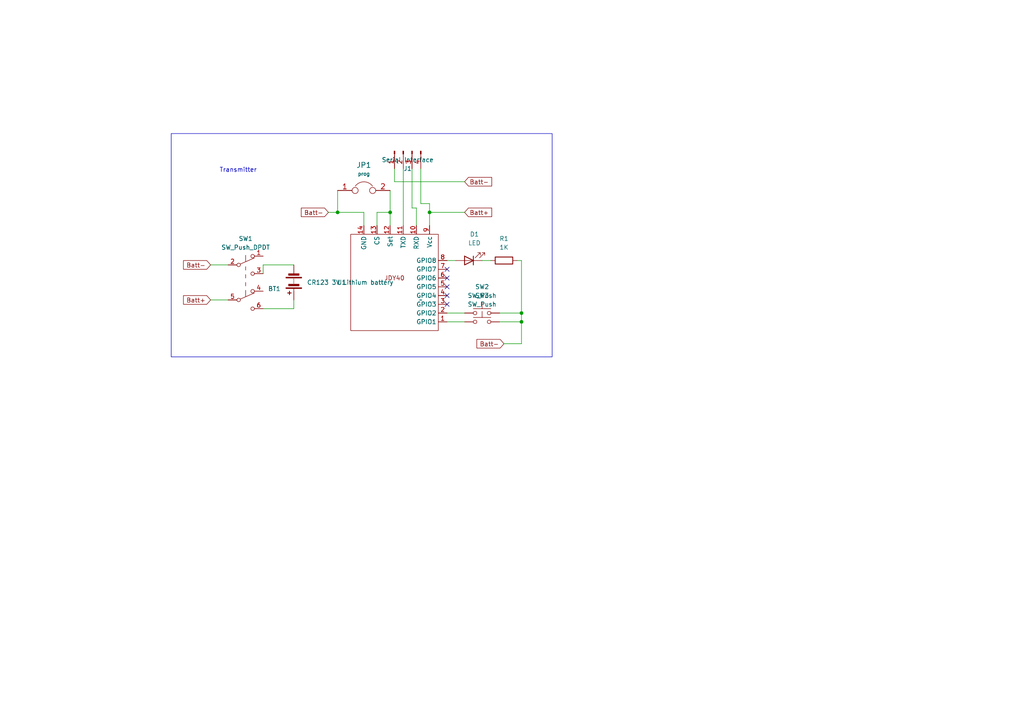
<source format=kicad_sch>
(kicad_sch (version 20230121) (generator eeschema)
  (paper "A4")
  (lib_symbols
    (symbol "Connector:Conn_01x04_Pin" (pin_names (offset 1.016) hide)
      (property "Reference" "J" (at 0 5.08 0))
      (property "Value" "Conn_01x04_Pin" (at 0 -7.62 0))
      (symbol "Conn_01x04_Pin_1_1"
        (polyline (pts (xy 1.27 -5.08) (xy 0.8636 -5.08)) (stroke (width 0.1524)))
        (polyline (pts (xy 1.27 -2.54) (xy 0.8636 -2.54)) (stroke (width 0.1524)))
        (polyline (pts (xy 1.27 0) (xy 0.8636 0)) (stroke (width 0.1524)))
        (polyline (pts (xy 1.27 2.54) (xy 0.8636 2.54)) (stroke (width 0.1524)))
        (rectangle (start 0.8636 -4.953) (end 0 -5.207) (stroke (width 0.1524)) (fill (type outline)))
        (rectangle (start 0.8636 -2.413) (end 0 -2.667) (stroke (width 0.1524)) (fill (type outline)))
        (rectangle (start 0.8636 0.127) (end 0 -0.127) (stroke (width 0.1524)) (fill (type outline)))
        (rectangle (start 0.8636 2.667) (end 0 2.413) (stroke (width 0.1524)) (fill (type outline)))
        (pin passive line (at 5.08 2.54 180) (length 3.81) (name "Pin_1") (number "1"))
        (pin passive line (at 5.08 0 180) (length 3.81) (name "Pin_2") (number "2"))
        (pin passive line (at 5.08 -2.54 180) (length 3.81) (name "Pin_3") (number "3"))
        (pin passive line (at 5.08 -5.08 180) (length 3.81) (name "Pin_4") (number "4"))
      )
    )
    (symbol "Device:Battery" (pin_numbers hide) (pin_names (offset 0) hide)
      (property "Reference" "BT" (at 2.54 2.54 0))
      (property "Value" "Battery" (at 2.54 0 0))
      (symbol "Battery_0_1"
        (rectangle (start -2.286 -1.27) (end 2.286 -1.524) (fill (type outline)))
        (rectangle (start -2.286 1.778) (end 2.286 1.524) (fill (type outline)))
        (rectangle (start -1.524 -2.032) (end 1.524 -2.54) (fill (type outline)))
        (rectangle (start -1.524 1.016) (end 1.524 0.508) (fill (type outline)))
        (polyline (pts (xy 0 -1.016) (xy 0 -0.762)))
        (polyline (pts (xy 0 -0.508) (xy 0 -0.254)))
        (polyline (pts (xy 0 0) (xy 0 0.254)))
        (polyline (pts (xy 0 1.778) (xy 0 2.54)))
        (polyline (pts (xy 0.762 3.048) (xy 1.778 3.048)) (stroke (width 0.254)))
        (polyline (pts (xy 1.27 3.556) (xy 1.27 2.54)) (stroke (width 0.254)))
      )
      (symbol "Battery_1_1"
        (pin passive line (at 0 5.08 270) (length 2.54) (name "+") (number "1"))
        (pin passive line (at 0 -5.08 90) (length 2.54) (name "-") (number "2"))
      )
    )
    (symbol "Device:LED" (pin_numbers hide) (pin_names (offset 1.016) hide)
      (property "Reference" "D" (at 0 2.54 0))
      (property "Value" "LED" (at 0 -2.54 0))
      (symbol "LED_0_1"
        (polyline (pts (xy -1.27 -1.27) (xy -1.27 1.27)) (stroke (width 0.254)))
        (polyline (pts (xy -1.27 0) (xy 1.27 0)))
        (polyline (pts (xy 1.27 -1.27) (xy 1.27 1.27) (xy -1.27 0) (xy 1.27 -1.27)) (stroke (width 0.254)))
        (polyline (pts (xy -3.048 -0.762) (xy -4.572 -2.286) (xy -3.81 -2.286) (xy -4.572 -2.286) (xy -4.572 -1.524)))
        (polyline (pts (xy -1.778 -0.762) (xy -3.302 -2.286) (xy -2.54 -2.286) (xy -3.302 -2.286) (xy -3.302 -1.524)))
      )
      (symbol "LED_1_1"
        (pin passive line (at -3.81 0 0) (length 2.54) (name "K") (number "1"))
        (pin passive line (at 3.81 0 180) (length 2.54) (name "A") (number "2"))
      )
    )
    (symbol "Device:R" (pin_numbers hide) (pin_names (offset 0))
      (property "Reference" "R" (at 2.032 0 90))
      (property "Value" "R" (at 0 0 90))
      (symbol "R_0_1"
        (rectangle (start -1.016 -2.54) (end 1.016 2.54) (stroke (width 0.254)))
      )
      (symbol "R_1_1"
        (pin passive line (at 0 3.81 270) (length 1.27) (name "~") (number "1"))
        (pin passive line (at 0 -3.81 90) (length 1.27) (name "~") (number "2"))
      )
    )
    (symbol "Switch:SW_Push" (pin_numbers hide) (pin_names (offset 1.016) hide)
      (property "Reference" "SW" (at 1.27 2.54 0))
      (property "Value" "SW_Push" (at 0 -1.524 0))
      (symbol "SW_Push_0_1"
        (circle (center -2.032 0) (radius 0.508))
        (polyline (pts (xy 0 1.27) (xy 0 3.048)))
        (polyline (pts (xy 2.54 1.27) (xy -2.54 1.27)))
        (circle (center 2.032 0) (radius 0.508))
        (pin passive line (at -5.08 0 0) (length 2.54) (name "1") (number "1"))
        (pin passive line (at 5.08 0 180) (length 2.54) (name "2") (number "2"))
      )
    )
    (symbol "Switch:SW_Push_DPDT" (pin_names (offset 0) hide)
      (property "Reference" "SW" (at 0 8.89 0))
      (property "Value" "SW_Push_DPDT" (at 0 -10.16 0))
      (symbol "SW_Push_DPDT_0_0"
        (circle (center -2.032 -5.08) (radius 0.508))
        (circle (center -2.032 5.08) (radius 0.508))
        (circle (center 2.032 -7.62) (radius 0.508))
        (circle (center 2.032 2.54) (radius 0.508))
      )
      (symbol "SW_Push_DPDT_0_1"
        (polyline (pts (xy -1.524 -4.826) (xy 2.54 -3.048)))
        (polyline (pts (xy -1.524 5.334) (xy 2.54 7.112)))
        (polyline (pts (xy 0 -2.286) (xy 0 -4.064)))
        (polyline (pts (xy 0 -1.016) (xy 0 0)))
        (polyline (pts (xy 0 1.27) (xy 0 2.286)))
        (polyline (pts (xy 0 3.556) (xy 0 4.572)))
        (polyline (pts (xy 0 7.874) (xy 0 6.096)))
        (circle (center 2.032 -2.54) (radius 0.508))
        (circle (center 2.032 7.62) (radius 0.508))
      )
      (symbol "SW_Push_DPDT_1_1"
        (pin passive line (at 5.08 7.62 180) (length 2.54) (name "A") (number "1"))
        (pin passive line (at -5.08 5.08 0) (length 2.54) (name "B") (number "2"))
        (pin passive line (at 5.08 2.54 180) (length 2.54) (name "C") (number "3"))
        (pin passive line (at 5.08 -2.54 180) (length 2.54) (name "A") (number "4"))
        (pin passive line (at -5.08 -5.08 0) (length 2.54) (name "B") (number "5"))
        (pin passive line (at 5.08 -7.62 180) (length 2.54) (name "C") (number "6"))
      )
    )
    (symbol "mydevices:JDY40"
      (property "Reference" "U" (at 7.62 6.35 0))
      (symbol "JDY40_0_1"
        (rectangle (start -5.08 13.97) (end 20.32 -13.97))
      )
      (symbol "JDY40_1_1"
        (text "JDY40" (at 7.62 -1.27 0) (effects (font (size 1.27 1.27))))
        (pin bidirectional line (at -7.62 11.43 0) (length 2.54) (name "GPIO1") (number "1"))
        (pin input line (at 1.27 -16.51 90) (length 2.54) (name "RXD") (number "10"))
        (pin output line (at 5.08 -16.51 90) (length 2.54) (name "TXD") (number "11"))
        (pin input line (at 8.89 -16.51 90) (length 2.54) (name "Set") (number "12"))
        (pin input line (at 12.7 -16.51 90) (length 2.54) (name "CS") (number "13"))
        (pin passive line (at 16.51 -16.51 90) (length 2.54) (name "GND") (number "14"))
        (pin bidirectional line (at -7.62 8.89 0) (length 2.54) (name "GPIO2") (number "2"))
        (pin bidirectional line (at -7.62 6.35 0) (length 2.54) (name "GPIO3") (number "3"))
        (pin bidirectional line (at -7.62 3.81 0) (length 2.54) (name "GPIO4") (number "4"))
        (pin bidirectional line (at -7.62 1.27 0) (length 2.54) (name "GPIO5") (number "5"))
        (pin bidirectional line (at -7.62 -1.27 0) (length 2.54) (name "GPIO6") (number "6"))
        (pin bidirectional line (at -7.62 -3.81 0) (length 2.54) (name "GPIO7") (number "7"))
        (pin bidirectional line (at -7.62 -6.35 0) (length 2.54) (name "GPIO8") (number "8"))
        (pin power_in line (at -2.54 -16.51 90) (length 2.54) (name "Vcc") (number "9"))
      )
    )
    (symbol "mydevices:JUMPER" (pin_names (offset 0.762) hide)
      (property "Reference" "JP" (at 0 3.81 0))
      (property "Value" "JUMPER" (at 0 -2.032 0))
      (symbol "JUMPER_0_1"
        (circle (center -2.54 0) (radius 0.889))
        (arc (start 2.5146 1.27) (mid 0.0078 2.5097) (end -2.4892 1.27))
        (circle (center 2.54 0) (radius 0.889))
        (pin passive line (at -7.62 0 0) (length 4.191) (name "1") (number "1"))
        (pin passive line (at 7.62 0 180) (length 4.191) (name "2") (number "2"))
      )
    )
  )
  (junction (at 151.257 90.805))
  (junction (at 97.917 61.595))
  (junction (at 151.257 93.345))
  (junction (at 124.587 61.595))
  (junction (at 113.157 61.595))
  (no_connect (at 129.667 78.105))
  (no_connect (at 129.667 88.265))
  (no_connect (at 129.667 85.725))
  (no_connect (at 129.667 80.645))
  (no_connect (at 129.667 83.185))
  (wire (pts (xy 114.427 48.895) (xy 114.427 52.705)))
  (wire (pts (xy 146.177 99.695) (xy 151.257 99.695)))
  (wire (pts (xy 144.907 90.805) (xy 151.257 90.805)))
  (wire (pts (xy 61.087 76.835) (xy 66.167 76.835)))
  (wire (pts (xy 114.427 52.705) (xy 134.747 52.705)))
  (wire (pts (xy 151.257 93.345) (xy 151.257 99.695)))
  (wire (pts (xy 113.157 61.595) (xy 113.157 65.405)))
  (wire (pts (xy 97.917 61.595) (xy 105.537 61.595)))
  (wire (pts (xy 85.217 89.535) (xy 85.217 86.995)))
  (wire (pts (xy 61.087 86.995) (xy 66.167 86.995)))
  (wire (pts (xy 119.507 48.895) (xy 119.507 60.325)))
  (wire (pts (xy 139.827 75.565) (xy 142.367 75.565)))
  (wire (pts (xy 119.507 60.325) (xy 120.777 60.325)))
  (wire (pts (xy 116.967 48.895) (xy 116.967 65.405)))
  (wire (pts (xy 124.587 65.405) (xy 124.587 61.595)))
  (wire (pts (xy 122.047 59.055) (xy 122.047 48.895)))
  (wire (pts (xy 149.987 75.565) (xy 151.257 75.565)))
  (wire (pts (xy 95.25 61.595) (xy 97.917 61.595)))
  (wire (pts (xy 109.347 61.595) (xy 113.157 61.595)))
  (wire (pts (xy 120.777 60.325) (xy 120.777 65.405)))
  (wire (pts (xy 97.917 55.245) (xy 97.917 61.595)))
  (wire (pts (xy 129.667 90.805) (xy 134.747 90.805)))
  (wire (pts (xy 76.327 89.535) (xy 85.217 89.535)))
  (wire (pts (xy 76.327 76.835) (xy 76.327 79.375)))
  (wire (pts (xy 151.257 75.565) (xy 151.257 90.805)))
  (wire (pts (xy 124.587 61.595) (xy 124.587 59.055)))
  (wire (pts (xy 144.907 93.345) (xy 151.257 93.345)))
  (wire (pts (xy 113.157 61.595) (xy 113.157 55.245)))
  (wire (pts (xy 124.587 61.595) (xy 134.747 61.595)))
  (wire (pts (xy 129.667 75.565) (xy 132.207 75.565)))
  (wire (pts (xy 129.667 93.345) (xy 134.747 93.345)))
  (wire (pts (xy 124.587 59.055) (xy 122.047 59.055)))
  (wire (pts (xy 105.537 61.595) (xy 105.537 65.405)))
  (wire (pts (xy 76.327 76.835) (xy 85.217 76.835)))
  (wire (pts (xy 109.347 65.405) (xy 109.347 61.595)))
  (wire (pts (xy 151.257 90.805) (xy 151.257 93.345)))
  (rectangle (start 49.657 38.735) (end 160.147 103.505))
  (text "Transmitter" (at 63.627 50.165 0) (effects (font (size 1.27 1.27)) (justify left bottom)))
  (global_label "Batt-" (shape input) (at 61.087 76.835 180) (property "Intersheetrefs" "${INTERSHEET_REFS}" (effects hide)))
  (global_label "Batt+" (shape input) (at 134.747 61.595 0) (property "Intersheetrefs" "${INTERSHEET_REFS}" (effects hide)))
  (global_label "Batt+" (shape input) (at 61.087 86.995 180) (property "Intersheetrefs" "${INTERSHEET_REFS}" (effects hide)))
  (global_label "Batt-" (shape input) (at 95.25 61.595 180) (property "Intersheetrefs" "${INTERSHEET_REFS}" (effects hide)))
  (global_label "Batt-" (shape input) (at 134.747 52.705 0) (property "Intersheetrefs" "${INTERSHEET_REFS}" (effects hide)))
  (global_label "Batt-" (shape input) (at 146.177 99.695 180) (property "Intersheetrefs" "${INTERSHEET_REFS}" (effects hide)))
  (symbol (lib_id "Switch:SW_Push") (at 139.827 93.345 0) (unit 1)
    (property "Reference" "SW3" (at 139.827 85.725 0))
    (property "Value" "SW_Push" (at 139.827 88.265 0))
    (property "Footprint" "Button_Switch_SMD:SW_SPST_EVPBF" (effects hide))
  )
  (symbol (lib_id "mydevices:JDY40") (at 122.047 81.915 180) (unit 1)
    (property "Reference" "U1" (at 100.457 81.915 0) (effects (justify left)))
    (property "Value" "~" (at 122.047 86.995 0))
    (property "Footprint" "iebSpecials:Jdy40" (effects hide))
  )
  (symbol (lib_id "Switch:SW_Push_DPDT") (at 71.247 81.915 0) (unit 1)
    (property "Reference" "SW1" (at 71.247 69.215 0))
    (property "Value" "SW_Push_DPDT" (at 71.247 71.755 0))
    (property "Footprint" "Button_Switch_THT:DPDT Latch Push 7x7" (effects hide))
  )
  (symbol (lib_id "Device:Battery") (at 85.217 81.915 180) (unit 1)
    (property "Reference" "BT1" (at 81.407 83.7565 0) (effects (justify left)))
    (property "Value" "CR123 3V Lithium battery" (at 89.027 81.915 0) (effects (justify right)))
    (property "Footprint" "iebSpecials:CR123AHolder" (effects hide))
  )
  (symbol (lib_id "Connector:Conn_01x04_Pin") (at 116.967 43.815 90) (mirror x) (unit 1)
    (property "Reference" "J1" (at 118.237 48.895 90))
    (property "Value" "Serial Interface" (at 118.237 46.355 90))
    (property "Footprint" "Connector_Harwin:Harwin_M20-89004xx_1x04_P2.54mm_Horizontal" (effects hide))
  )
  (symbol (lib_id "Switch:SW_Push") (at 139.827 90.805 0) (unit 1)
    (property "Reference" "SW2" (at 139.827 83.185 0))
    (property "Value" "SW_Push" (at 139.827 85.725 0))
    (property "Footprint" "Button_Switch_SMD:SW_SPST_EVPBF" (effects hide))
  )
  (symbol (lib_id "Device:R") (at 146.177 75.565 90) (unit 1)
    (property "Reference" "R1" (at 146.177 69.215 90))
    (property "Value" "1K" (at 146.177 71.755 90))
    (property "Footprint" "Resistor_SMD:R_0805_2012Metric_Pad1.20x1.40mm_HandSolder" (effects hide))
  )
  (symbol (lib_id "mydevices:JUMPER") (at 105.537 55.245 0) (unit 1)
    (property "Reference" "JP1" (at 105.537 47.879 0) (effects (font (size 1.524 1.524))))
    (property "Value" "prog" (at 105.537 50.419 0) (effects (font (size 1.016 1.016))))
    (property "Footprint" "Jumper:SolderJumper-2_P1.3mm_Open_Pad1.0x1.5mm" (effects hide))
  )
  (symbol (lib_id "Device:LED") (at 136.017 75.565 180) (unit 1)
    (property "Reference" "D1" (at 137.6045 67.945 0))
    (property "Value" "LED" (at 137.6045 70.485 0))
    (property "Footprint" "LED_SMD:LED_0805_2012Metric" (effects hide))
  )
)
</source>
